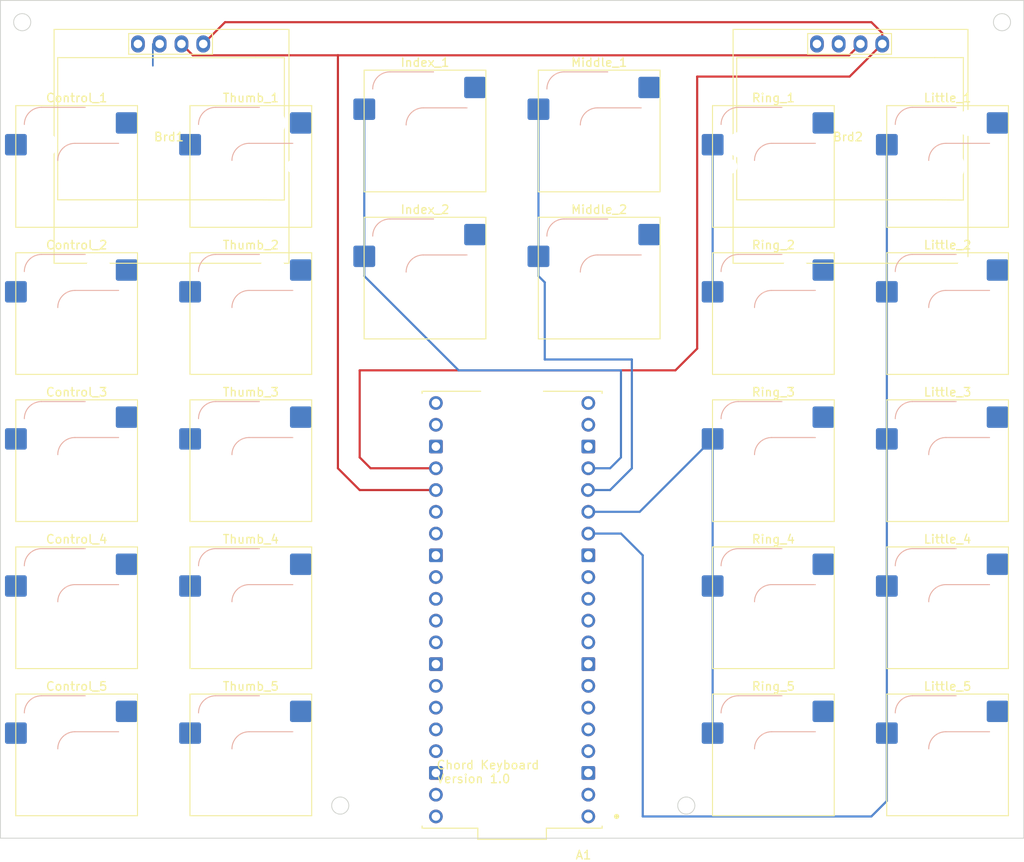
<source format=kicad_pcb>
(kicad_pcb (version 20221018) (generator pcbnew)
  (layers (0 "F.Cu" signal) (31 "B.Cu" signal) (34 "B.Paste" user) (35 "F.Paste" user) (36 "B.SilkS" user "B.Silkscreen") (37 "F.SilkS" user "F.Silkscreen") (38 "B.Mask" user) (39 "F.Mask" user) (44 "Edge.Cuts" user))
  (net 0 "")
  (net 18 "Little")
  (net 22 "Ring")
  (net 23 "Middle")
  (net 24 "Index")
  (net 25 "Thumb")
  (net 26 "Control")
  (net 27 "SDA")
  (net 30 "SCL")
  (net 31 "3V3")
  (net 34 "GND")
  (net 35 "3v3")
  (footprint "FlippedKeys:SW_Hotswap_Kailh_MX" (layer "F.Cu") (at 113.03 89.281)
    (fp_text reference "Control_3" (at 0 -8) (layer "F.SilkS"))
    (fp_text value "SW_Push")
    (pad "" np_thru_hole circle (at -5.08 0) (size 1.75 1.75) (drill 1.75) (layers "*.Cu" "*.Mask"))
    (pad "" np_thru_hole circle (at -3.81 -2.54) (size 3.05 3.05) (drill 3.05) (layers "*.Cu" "*.Mask"))
    (pad "" np_thru_hole circle (at 0 0) (size 4 4) (drill 4) (layers "*.Cu" "*.Mask"))
    (pad "" np_thru_hole circle (at 2.54 -5.08) (size 3.05 3.05) (drill 3.05) (layers "*.Cu" "*.Mask"))
    (pad "" np_thru_hole circle (at 5.08 0) (size 1.75 1.75) (drill 1.75) (layers "*.Cu" "*.Mask"))
    (pad "1" smd roundrect (at -7.085 -2.54) (size 2.55 2.5) (layers "B.Cu" "B.Paste" "B.Mask") (roundrect_rratio 0.1) (net 26 "Control"))
    (pad "2" smd roundrect (at 5.842 -5.08) (size 2.55 2.5) (layers "B.Cu" "B.Paste" "B.Mask") (roundrect_rratio 0.1) (net 34 "GND"))
  )
  (footprint "FlippedKeys:SW_Hotswap_Kailh_MX" (layer "F.Cu") (at 113.03 54.9402)
    (fp_text reference "Control_1" (at 0 -8) (layer "F.SilkS"))
    (fp_text value "SW_Push")
    (pad "" np_thru_hole circle (at -5.08 0) (size 1.75 1.75) (drill 1.75) (layers "*.Cu" "*.Mask"))
    (pad "" np_thru_hole circle (at -3.81 -2.54) (size 3.05 3.05) (drill 3.05) (layers "*.Cu" "*.Mask"))
    (pad "" np_thru_hole circle (at 0 0) (size 4 4) (drill 4) (layers "*.Cu" "*.Mask"))
    (pad "" np_thru_hole circle (at 2.54 -5.08) (size 3.05 3.05) (drill 3.05) (layers "*.Cu" "*.Mask"))
    (pad "" np_thru_hole circle (at 5.08 0) (size 1.75 1.75) (drill 1.75) (layers "*.Cu" "*.Mask"))
    (pad "1" smd roundrect (at -7.085 -2.54) (size 2.55 2.5) (layers "B.Cu" "B.Paste" "B.Mask") (roundrect_rratio 0.1) (net 26 "Control"))
    (pad "2" smd roundrect (at 5.842 -5.08) (size 2.55 2.5) (layers "B.Cu" "B.Paste" "B.Mask") (roundrect_rratio 0.1) (net 34 "GND"))
  )
  (footprint "FlippedKeys:SW_Hotswap_Kailh_MX" (layer "F.Cu") (at 194.31 106.4514)
    (fp_text reference "Ring_4" (at 0 -8) (layer "F.SilkS"))
    (fp_text value "SW_Push")
    (pad "" np_thru_hole circle (at -5.08 0) (size 1.75 1.75) (drill 1.75) (layers "*.Cu" "*.Mask"))
    (pad "" np_thru_hole circle (at -3.81 -2.54) (size 3.05 3.05) (drill 3.05) (layers "*.Cu" "*.Mask"))
    (pad "" np_thru_hole circle (at 0 0) (size 4 4) (drill 4) (layers "*.Cu" "*.Mask"))
    (pad "" np_thru_hole circle (at 2.54 -5.08) (size 3.05 3.05) (drill 3.05) (layers "*.Cu" "*.Mask"))
    (pad "" np_thru_hole circle (at 5.08 0) (size 1.75 1.75) (drill 1.75) (layers "*.Cu" "*.Mask"))
    (pad "1" smd roundrect (at -7.085 -2.54) (size 2.55 2.5) (layers "B.Cu" "B.Paste" "B.Mask") (roundrect_rratio 0.1) (net 22 "Ring"))
    (pad "2" smd roundrect (at 5.842 -5.08) (size 2.55 2.5) (layers "B.Cu" "B.Paste" "B.Mask") (roundrect_rratio 0.1) (net 34 "GND"))
  )
  (footprint "FlippedKeys:SW_Hotswap_Kailh_MX" (layer "F.Cu") (at 214.63 106.4514)
    (fp_text reference "Little_4" (at 0 -8) (layer "F.SilkS"))
    (fp_text value "SW_Push")
    (pad "" np_thru_hole circle (at -5.08 0) (size 1.75 1.75) (drill 1.75) (layers "*.Cu" "*.Mask"))
    (pad "" np_thru_hole circle (at -3.81 -2.54) (size 3.05 3.05) (drill 3.05) (layers "*.Cu" "*.Mask"))
    (pad "" np_thru_hole circle (at 0 0) (size 4 4) (drill 4) (layers "*.Cu" "*.Mask"))
    (pad "" np_thru_hole circle (at 2.54 -5.08) (size 3.05 3.05) (drill 3.05) (layers "*.Cu" "*.Mask"))
    (pad "" np_thru_hole circle (at 5.08 0) (size 1.75 1.75) (drill 1.75) (layers "*.Cu" "*.Mask"))
    (pad "1" smd roundrect (at -7.085 -2.54) (size 2.55 2.5) (layers "B.Cu" "B.Paste" "B.Mask") (roundrect_rratio 0.1) (net 18 "Little"))
    (pad "2" smd roundrect (at 5.842 -5.08) (size 2.55 2.5) (layers "B.Cu" "B.Paste" "B.Mask") (roundrect_rratio 0.1) (net 34 "GND"))
  )
  (footprint "FlippedKeys:SW_Hotswap_Kailh_MX" (layer "F.Cu") (at 133.35 54.9402)
    (fp_text reference "Thumb_1" (at 0 -8) (layer "F.SilkS"))
    (fp_text value "SW_Push")
    (pad "" np_thru_hole circle (at -5.08 0) (size 1.75 1.75) (drill 1.75) (layers "*.Cu" "*.Mask"))
    (pad "" np_thru_hole circle (at -3.81 -2.54) (size 3.05 3.05) (drill 3.05) (layers "*.Cu" "*.Mask"))
    (pad "" np_thru_hole circle (at 0 0) (size 4 4) (drill 4) (layers "*.Cu" "*.Mask"))
    (pad "" np_thru_hole circle (at 2.54 -5.08) (size 3.05 3.05) (drill 3.05) (layers "*.Cu" "*.Mask"))
    (pad "" np_thru_hole circle (at 5.08 0) (size 1.75 1.75) (drill 1.75) (layers "*.Cu" "*.Mask"))
    (pad "1" smd roundrect (at -7.085 -2.54) (size 2.55 2.5) (layers "B.Cu" "B.Paste" "B.Mask") (roundrect_rratio 0.1) (net 25 "Thumb"))
    (pad "2" smd roundrect (at 5.842 -5.08) (size 2.55 2.5) (layers "B.Cu" "B.Paste" "B.Mask") (roundrect_rratio 0.1) (net 34 "GND"))
  )
  (footprint "FlippedKeys:SW_Hotswap_Kailh_MX" (layer "F.Cu") (at 173.99 50.8)
    (fp_text reference "Middle_1" (at 0 -8) (layer "F.SilkS"))
    (fp_text value "SW_Push")
    (pad "" np_thru_hole circle (at -5.08 0) (size 1.75 1.75) (drill 1.75) (layers "*.Cu" "*.Mask"))
    (pad "" np_thru_hole circle (at -3.81 -2.54) (size 3.05 3.05) (drill 3.05) (layers "*.Cu" "*.Mask"))
    (pad "" np_thru_hole circle (at 0 0) (size 4 4) (drill 4) (layers "*.Cu" "*.Mask"))
    (pad "" np_thru_hole circle (at 2.54 -5.08) (size 3.05 3.05) (drill 3.05) (layers "*.Cu" "*.Mask"))
    (pad "" np_thru_hole circle (at 5.08 0) (size 1.75 1.75) (drill 1.75) (layers "*.Cu" "*.Mask"))
    (pad "1" smd roundrect (at -7.085 -2.54) (size 2.55 2.5) (layers "B.Cu" "B.Paste" "B.Mask") (roundrect_rratio 0.1) (net 23 "Middle"))
    (pad "2" smd roundrect (at 5.842 -5.08) (size 2.55 2.5) (layers "B.Cu" "B.Paste" "B.Mask") (roundrect_rratio 0.1) (net 34 "GND"))
  )
  (footprint "FlippedKeys:SW_Hotswap_Kailh_MX" (layer "F.Cu") (at 173.99 67.9704)
    (fp_text reference "Middle_2" (at 0 -8) (layer "F.SilkS"))
    (fp_text value "SW_Push")
    (pad "" np_thru_hole circle (at -5.08 0) (size 1.75 1.75) (drill 1.75) (layers "*.Cu" "*.Mask"))
    (pad "" np_thru_hole circle (at -3.81 -2.54) (size 3.05 3.05) (drill 3.05) (layers "*.Cu" "*.Mask"))
    (pad "" np_thru_hole circle (at 0 0) (size 4 4) (drill 4) (layers "*.Cu" "*.Mask"))
    (pad "" np_thru_hole circle (at 2.54 -5.08) (size 3.05 3.05) (drill 3.05) (layers "*.Cu" "*.Mask"))
    (pad "" np_thru_hole circle (at 5.08 0) (size 1.75 1.75) (drill 1.75) (layers "*.Cu" "*.Mask"))
    (pad "1" smd roundrect (at -7.085 -2.54) (size 2.55 2.5) (layers "B.Cu" "B.Paste" "B.Mask") (roundrect_rratio 0.1) (net 23 "Middle"))
    (pad "2" smd roundrect (at 5.842 -5.08) (size 2.55 2.5) (layers "B.Cu" "B.Paste" "B.Mask") (roundrect_rratio 0.1) (net 34 "GND"))
  )
  (footprint "FlippedKeys:SW_Hotswap_Kailh_MX" (layer "F.Cu") (at 194.31 72.1106)
    (fp_text reference "Ring_2" (at 0 -8) (layer "F.SilkS"))
    (fp_text value "SW_Push")
    (pad "" np_thru_hole circle (at -5.08 0) (size 1.75 1.75) (drill 1.75) (layers "*.Cu" "*.Mask"))
    (pad "" np_thru_hole circle (at -3.81 -2.54) (size 3.05 3.05) (drill 3.05) (layers "*.Cu" "*.Mask"))
    (pad "" np_thru_hole circle (at 0 0) (size 4 4) (drill 4) (layers "*.Cu" "*.Mask"))
    (pad "" np_thru_hole circle (at 2.54 -5.08) (size 3.05 3.05) (drill 3.05) (layers "*.Cu" "*.Mask"))
    (pad "" np_thru_hole circle (at 5.08 0) (size 1.75 1.75) (drill 1.75) (layers "*.Cu" "*.Mask"))
    (pad "1" smd roundrect (at -7.085 -2.54) (size 2.55 2.5) (layers "B.Cu" "B.Paste" "B.Mask") (roundrect_rratio 0.1) (net 22 "Ring"))
    (pad "2" smd roundrect (at 5.842 -5.08) (size 2.55 2.5) (layers "B.Cu" "B.Paste" "B.Mask") (roundrect_rratio 0.1) (net 34 "GND"))
  )
  (footprint "FlippedKeys:SW_Hotswap_Kailh_MX" (layer "F.Cu") (at 214.63 54.9402)
    (fp_text reference "Little_1" (at 0 -8) (layer "F.SilkS"))
    (fp_text value "SW_Push")
    (pad "" np_thru_hole circle (at -5.08 0) (size 1.75 1.75) (drill 1.75) (layers "*.Cu" "*.Mask"))
    (pad "" np_thru_hole circle (at -3.81 -2.54) (size 3.05 3.05) (drill 3.05) (layers "*.Cu" "*.Mask"))
    (pad "" np_thru_hole circle (at 0 0) (size 4 4) (drill 4) (layers "*.Cu" "*.Mask"))
    (pad "" np_thru_hole circle (at 2.54 -5.08) (size 3.05 3.05) (drill 3.05) (layers "*.Cu" "*.Mask"))
    (pad "" np_thru_hole circle (at 5.08 0) (size 1.75 1.75) (drill 1.75) (layers "*.Cu" "*.Mask"))
    (pad "1" smd roundrect (at -7.085 -2.54) (size 2.55 2.5) (layers "B.Cu" "B.Paste" "B.Mask") (roundrect_rratio 0.1) (net 18 "Little"))
    (pad "2" smd roundrect (at 5.842 -5.08) (size 2.55 2.5) (layers "B.Cu" "B.Paste" "B.Mask") (roundrect_rratio 0.1) (net 34 "GND"))
  )
  (footprint "RobsStuff:128x64OLED" (layer "F.Cu") (at 123.8 51.24)
    (fp_text reference "Brd1" (at 0 0.254) (layer "F.SilkS"))
    (fp_text value "SSD1306")
    (pad "1" thru_hole oval (at -3.62 -10.6 90) (size 2 1.6) (drill 1) (layers "*.Cu" "*.Mask") (net 34 "GND"))
    (pad "2" thru_hole oval (at -1.08 -10.6 90) (size 2 1.6) (drill 1) (layers "*.Cu" "*.Mask") (net 35 "3v3"))
    (pad "3" thru_hole oval (at 1.46 -10.6 90) (size 2 1.6) (drill 1) (layers "*.Cu" "*.Mask") (net 30 "SCL"))
    (pad "4" thru_hole oval (at 4 -10.6 90) (size 2 1.6) (drill 1) (layers "*.Cu" "*.Mask") (net 27 "SDA"))
  )
  (footprint "FlippedKeys:SW_Hotswap_Kailh_MX" (layer "F.Cu") (at 113.03 72.1106)
    (fp_text reference "Control_2" (at 0 -8) (layer "F.SilkS"))
    (fp_text value "SW_Push")
    (pad "" np_thru_hole circle (at -5.08 0) (size 1.75 1.75) (drill 1.75) (layers "*.Cu" "*.Mask"))
    (pad "" np_thru_hole circle (at -3.81 -2.54) (size 3.05 3.05) (drill 3.05) (layers "*.Cu" "*.Mask"))
    (pad "" np_thru_hole circle (at 0 0) (size 4 4) (drill 4) (layers "*.Cu" "*.Mask"))
    (pad "" np_thru_hole circle (at 2.54 -5.08) (size 3.05 3.05) (drill 3.05) (layers "*.Cu" "*.Mask"))
    (pad "" np_thru_hole circle (at 5.08 0) (size 1.75 1.75) (drill 1.75) (layers "*.Cu" "*.Mask"))
    (pad "1" smd roundrect (at -7.085 -2.54) (size 2.55 2.5) (layers "B.Cu" "B.Paste" "B.Mask") (roundrect_rratio 0.1) (net 26 "Control"))
    (pad "2" smd roundrect (at 5.842 -5.08) (size 2.55 2.5) (layers "B.Cu" "B.Paste" "B.Mask") (roundrect_rratio 0.1) (net 34 "GND"))
  )
  (footprint "FlippedKeys:SW_Hotswap_Kailh_MX" (layer "F.Cu") (at 153.67 50.8)
    (fp_text reference "Index_1" (at 0 -8) (layer "F.SilkS"))
    (fp_text value "SW_Push")
    (pad "" np_thru_hole circle (at -5.08 0) (size 1.75 1.75) (drill 1.75) (layers "*.Cu" "*.Mask"))
    (pad "" np_thru_hole circle (at -3.81 -2.54) (size 3.05 3.05) (drill 3.05) (layers "*.Cu" "*.Mask"))
    (pad "" np_thru_hole circle (at 0 0) (size 4 4) (drill 4) (layers "*.Cu" "*.Mask"))
    (pad "" np_thru_hole circle (at 2.54 -5.08) (size 3.05 3.05) (drill 3.05) (layers "*.Cu" "*.Mask"))
    (pad "" np_thru_hole circle (at 5.08 0) (size 1.75 1.75) (drill 1.75) (layers "*.Cu" "*.Mask"))
    (pad "1" smd roundrect (at -7.085 -2.54) (size 2.55 2.5) (layers "B.Cu" "B.Paste" "B.Mask") (roundrect_rratio 0.1) (net 24 "Index"))
    (pad "2" smd roundrect (at 5.842 -5.08) (size 2.55 2.5) (layers "B.Cu" "B.Paste" "B.Mask") (roundrect_rratio 0.1) (net 34 "GND"))
  )
  (footprint "FlippedKeys:SW_Hotswap_Kailh_MX" (layer "F.Cu") (at 133.35 89.281)
    (fp_text reference "Thumb_3" (at 0 -8) (layer "F.SilkS"))
    (fp_text value "SW_Push")
    (pad "" np_thru_hole circle (at -5.08 0) (size 1.75 1.75) (drill 1.75) (layers "*.Cu" "*.Mask"))
    (pad "" np_thru_hole circle (at -3.81 -2.54) (size 3.05 3.05) (drill 3.05) (layers "*.Cu" "*.Mask"))
    (pad "" np_thru_hole circle (at 0 0) (size 4 4) (drill 4) (layers "*.Cu" "*.Mask"))
    (pad "" np_thru_hole circle (at 2.54 -5.08) (size 3.05 3.05) (drill 3.05) (layers "*.Cu" "*.Mask"))
    (pad "" np_thru_hole circle (at 5.08 0) (size 1.75 1.75) (drill 1.75) (layers "*.Cu" "*.Mask"))
    (pad "1" smd roundrect (at -7.085 -2.54) (size 2.55 2.5) (layers "B.Cu" "B.Paste" "B.Mask") (roundrect_rratio 0.1) (net 25 "Thumb"))
    (pad "2" smd roundrect (at 5.842 -5.08) (size 2.55 2.5) (layers "B.Cu" "B.Paste" "B.Mask") (roundrect_rratio 0.1) (net 34 "GND"))
  )
  (footprint "FlippedKeys:SW_Hotswap_Kailh_MX" (layer "F.Cu") (at 133.35 106.4514)
    (fp_text reference "Thumb_4" (at 0 -8) (layer "F.SilkS"))
    (fp_text value "SW_Push")
    (pad "" np_thru_hole circle (at -5.08 0) (size 1.75 1.75) (drill 1.75) (layers "*.Cu" "*.Mask"))
    (pad "" np_thru_hole circle (at -3.81 -2.54) (size 3.05 3.05) (drill 3.05) (layers "*.Cu" "*.Mask"))
    (pad "" np_thru_hole circle (at 0 0) (size 4 4) (drill 4) (layers "*.Cu" "*.Mask"))
    (pad "" np_thru_hole circle (at 2.54 -5.08) (size 3.05 3.05) (drill 3.05) (layers "*.Cu" "*.Mask"))
    (pad "" np_thru_hole circle (at 5.08 0) (size 1.75 1.75) (drill 1.75) (layers "*.Cu" "*.Mask"))
    (pad "1" smd roundrect (at -7.085 -2.54) (size 2.55 2.5) (layers "B.Cu" "B.Paste" "B.Mask") (roundrect_rratio 0.1) (net 25 "Thumb"))
    (pad "2" smd roundrect (at 5.842 -5.08) (size 2.55 2.5) (layers "B.Cu" "B.Paste" "B.Mask") (roundrect_rratio 0.1) (net 34 "GND"))
  )
  (footprint "FlippedKeys:SW_Hotswap_Kailh_MX" (layer "F.Cu") (at 133.35 72.1106)
    (fp_text reference "Thumb_2" (at 0 -8) (layer "F.SilkS"))
    (fp_text value "SW_Push")
    (pad "" np_thru_hole circle (at -5.08 0) (size 1.75 1.75) (drill 1.75) (layers "*.Cu" "*.Mask"))
    (pad "" np_thru_hole circle (at -3.81 -2.54) (size 3.05 3.05) (drill 3.05) (layers "*.Cu" "*.Mask"))
    (pad "" np_thru_hole circle (at 0 0) (size 4 4) (drill 4) (layers "*.Cu" "*.Mask"))
    (pad "" np_thru_hole circle (at 2.54 -5.08) (size 3.05 3.05) (drill 3.05) (layers "*.Cu" "*.Mask"))
    (pad "" np_thru_hole circle (at 5.08 0) (size 1.75 1.75) (drill 1.75) (layers "*.Cu" "*.Mask"))
    (pad "1" smd roundrect (at -7.085 -2.54) (size 2.55 2.5) (layers "B.Cu" "B.Paste" "B.Mask") (roundrect_rratio 0.1) (net 25 "Thumb"))
    (pad "2" smd roundrect (at 5.842 -5.08) (size 2.55 2.5) (layers "B.Cu" "B.Paste" "B.Mask") (roundrect_rratio 0.1) (net 34 "GND"))
  )
  (footprint "FlippedKeys:SW_Hotswap_Kailh_MX" (layer "F.Cu") (at 133.35 123.6218)
    (fp_text reference "Thumb_5" (at 0 -8) (layer "F.SilkS"))
    (fp_text value "SW_Push")
    (pad "" np_thru_hole circle (at -5.08 0) (size 1.75 1.75) (drill 1.75) (layers "*.Cu" "*.Mask"))
    (pad "" np_thru_hole circle (at -3.81 -2.54) (size 3.05 3.05) (drill 3.05) (layers "*.Cu" "*.Mask"))
    (pad "" np_thru_hole circle (at 0 0) (size 4 4) (drill 4) (layers "*.Cu" "*.Mask"))
    (pad "" np_thru_hole circle (at 2.54 -5.08) (size 3.05 3.05) (drill 3.05) (layers "*.Cu" "*.Mask"))
    (pad "" np_thru_hole circle (at 5.08 0) (size 1.75 1.75) (drill 1.75) (layers "*.Cu" "*.Mask"))
    (pad "1" smd roundrect (at -7.085 -2.54) (size 2.55 2.5) (layers "B.Cu" "B.Paste" "B.Mask") (roundrect_rratio 0.1) (net 25 "Thumb"))
    (pad "2" smd roundrect (at 5.842 -5.08) (size 2.55 2.5) (layers "B.Cu" "B.Paste" "B.Mask") (roundrect_rratio 0.1) (net 34 "GND"))
  )
  (footprint "FlippedKeys:SW_Hotswap_Kailh_MX" (layer "F.Cu") (at 113.03 106.4514)
    (fp_text reference "Control_4" (at 0 -8) (layer "F.SilkS"))
    (fp_text value "SW_Push")
    (pad "" np_thru_hole circle (at -5.08 0) (size 1.75 1.75) (drill 1.75) (layers "*.Cu" "*.Mask"))
    (pad "" np_thru_hole circle (at -3.81 -2.54) (size 3.05 3.05) (drill 3.05) (layers "*.Cu" "*.Mask"))
    (pad "" np_thru_hole circle (at 0 0) (size 4 4) (drill 4) (layers "*.Cu" "*.Mask"))
    (pad "" np_thru_hole circle (at 2.54 -5.08) (size 3.05 3.05) (drill 3.05) (layers "*.Cu" "*.Mask"))
    (pad "" np_thru_hole circle (at 5.08 0) (size 1.75 1.75) (drill 1.75) (layers "*.Cu" "*.Mask"))
    (pad "1" smd roundrect (at -7.085 -2.54) (size 2.55 2.5) (layers "B.Cu" "B.Paste" "B.Mask") (roundrect_rratio 0.1) (net 26 "Control"))
    (pad "2" smd roundrect (at 5.842 -5.08) (size 2.55 2.5) (layers "B.Cu" "B.Paste" "B.Mask") (roundrect_rratio 0.1) (net 34 "GND"))
  )
  (footprint "FlippedKeys:SW_Hotswap_Kailh_MX" (layer "F.Cu") (at 214.63 89.281)
    (fp_text reference "Little_3" (at 0 -8) (layer "F.SilkS"))
    (fp_text value "SW_Push")
    (pad "" np_thru_hole circle (at -5.08 0) (size 1.75 1.75) (drill 1.75) (layers "*.Cu" "*.Mask"))
    (pad "" np_thru_hole circle (at -3.81 -2.54) (size 3.05 3.05) (drill 3.05) (layers "*.Cu" "*.Mask"))
    (pad "" np_thru_hole circle (at 0 0) (size 4 4) (drill 4) (layers "*.Cu" "*.Mask"))
    (pad "" np_thru_hole circle (at 2.54 -5.08) (size 3.05 3.05) (drill 3.05) (layers "*.Cu" "*.Mask"))
    (pad "" np_thru_hole circle (at 5.08 0) (size 1.75 1.75) (drill 1.75) (layers "*.Cu" "*.Mask"))
    (pad "1" smd roundrect (at -7.085 -2.54) (size 2.55 2.5) (layers "B.Cu" "B.Paste" "B.Mask") (roundrect_rratio 0.1) (net 18 "Little"))
    (pad "2" smd roundrect (at 5.842 -5.08) (size 2.55 2.5) (layers "B.Cu" "B.Paste" "B.Mask") (roundrect_rratio 0.1) (net 34 "GND"))
  )
  (footprint "Module:Pico_W" (layer "F.Cu") (at 163.83 106.68 180)
    (fp_text reference "A1" (at -8.325 -28.635) (layer "F.SilkS"))
    (fp_text value "SC0918")
    (pad "1" thru_hole circle (at -8.89 -24.13 180) (size 1.6 1.6) (drill 1) (layers "*.Cu" "*.Mask"))
    (pad "2" thru_hole circle (at -8.89 -21.59 180) (size 1.6 1.6) (drill 1) (layers "*.Cu" "*.Mask"))
    (pad "3" thru_hole roundrect (at -8.89 -19.05 180) (size 1.6 1.6) (drill 1) (layers "*.Cu" "*.Mask") (roundrect_rratio 0.125) (net 34 "GND"))
    (pad "4" thru_hole circle (at -8.89 -16.51 180) (size 1.6 1.6) (drill 1) (layers "*.Cu" "*.Mask"))
    (pad "5" thru_hole circle (at -8.89 -13.97 180) (size 1.6 1.6) (drill 1) (layers "*.Cu" "*.Mask"))
    (pad "6" thru_hole circle (at -8.89 -11.43 180) (size 1.6 1.6) (drill 1) (layers "*.Cu" "*.Mask"))
    (pad "7" thru_hole circle (at -8.89 -8.89 180) (size 1.6 1.6) (drill 1) (layers "*.Cu" "*.Mask"))
    (pad "8" thru_hole roundrect (at -8.89 -6.35 180) (size 1.6 1.6) (drill 1) (layers "*.Cu" "*.Mask") (roundrect_rratio 0.125) (net 34 "GND"))
    (pad "9" thru_hole circle (at -8.89 -3.81 180) (size 1.6 1.6) (drill 1) (layers "*.Cu" "*.Mask"))
    (pad "10" thru_hole circle (at -8.89 -1.27 180) (size 1.6 1.6) (drill 1) (layers "*.Cu" "*.Mask"))
    (pad "11" thru_hole circle (at -8.89 1.27 180) (size 1.6 1.6) (drill 1) (layers "*.Cu" "*.Mask"))
    (pad "12" thru_hole circle (at -8.89 3.81 180) (size 1.6 1.6) (drill 1) (layers "*.Cu" "*.Mask"))
    (pad "13" thru_hole roundrect (at -8.89 6.35 180) (size 1.6 1.6) (drill 1) (layers "*.Cu" "*.Mask") (roundrect_rratio 0.125) (net 34 "GND"))
    (pad "14" thru_hole circle (at -8.89 8.89 180) (size 1.6 1.6) (drill 1) (layers "*.Cu" "*.Mask") (net 18 "Little"))
    (pad "15" thru_hole circle (at -8.89 11.43 180) (size 1.6 1.6) (drill 1) (layers "*.Cu" "*.Mask") (net 22 "Ring"))
    (pad "16" thru_hole circle (at -8.848119 13.97 180) (size 1.6 1.6) (drill 1) (layers "*.Cu" "*.Mask") (net 23 "Middle"))
    (pad "17" thru_hole circle (at -8.89 16.51 180) (size 1.6 1.6) (drill 1) (layers "*.Cu" "*.Mask") (net 24 "Index"))
    (pad "18" thru_hole roundrect (at -8.89 19.05 180) (size 1.6 1.6) (drill 1) (layers "*.Cu" "*.Mask") (roundrect_rratio 0.125) (net 34 "GND"))
    (pad "19" thru_hole circle (at -8.89 21.59 180) (size 1.6 1.6) (drill 1) (layers "*.Cu" "*.Mask") (net 25 "Thumb"))
    (pad "20" thru_hole circle (at -8.89 24.13 180) (size 1.6 1.6) (drill 1) (layers "*.Cu" "*.Mask") (net 26 "Control"))
    (pad "21" thru_hole circle (at 8.89 24.13 180) (size 1.6 1.6) (drill 1) (layers "*.Cu" "*.Mask"))
    (pad "22" thru_hole circle (at 8.89 21.59 180) (size 1.6 1.6) (drill 1) (layers "*.Cu" "*.Mask"))
    (pad "23" thru_hole roundrect (at 8.89 19.05 180) (size 1.6 1.6) (drill 1) (layers "*.Cu" "*.Mask") (roundrect_rratio 0.125) (net 34 "GND"))
    (pad "24" thru_hole circle (at 8.89 16.51 180) (size 1.6 1.6) (drill 1) (layers "*.Cu" "*.Mask") (net 27 "SDA"))
    (pad "25" thru_hole circle (at 8.89 13.97 180) (size 1.6 1.6) (drill 1) (layers "*.Cu" "*.Mask") (net 30 "SCL"))
    (pad "26" thru_hole circle (at 8.89 11.43 180) (size 1.6 1.6) (drill 1) (layers "*.Cu" "*.Mask"))
    (pad "27" thru_hole circle (at 8.89 8.89 180) (size 1.6 1.6) (drill 1) (layers "*.Cu" "*.Mask"))
    (pad "28" thru_hole roundrect (at 8.89 6.35 180) (size 1.6 1.6) (drill 1) (layers "*.Cu" "*.Mask") (roundrect_rratio 0.125) (net 34 "GND"))
    (pad "29" thru_hole circle (at 8.89 3.81 180) (size 1.6 1.6) (drill 1) (layers "*.Cu" "*.Mask"))
    (pad "30" thru_hole circle (at 8.89 1.27 180) (size 1.6 1.6) (drill 1) (layers "*.Cu" "*.Mask"))
    (pad "31" thru_hole circle (at 8.89 -1.27 180) (size 1.6 1.6) (drill 1) (layers "*.Cu" "*.Mask"))
    (pad "32" thru_hole circle (at 8.89 -3.81 180) (size 1.6 1.6) (drill 1) (layers "*.Cu" "*.Mask"))
    (pad "33" thru_hole roundrect (at 8.89 -6.35 180) (size 1.6 1.6) (drill 1) (layers "*.Cu" "*.Mask") (roundrect_rratio 0.125))
    (pad "34" thru_hole circle (at 8.89 -8.89 180) (size 1.6 1.6) (drill 1) (layers "*.Cu" "*.Mask"))
    (pad "35" thru_hole circle (at 8.89 -11.43 180) (size 1.6 1.6) (drill 1) (layers "*.Cu" "*.Mask"))
    (pad "36" thru_hole circle (at 8.89 -13.97 180) (size 1.6 1.6) (drill 1) (layers "*.Cu" "*.Mask") (net 31 "3V3"))
    (pad "37" thru_hole circle (at 8.89 -16.51 180) (size 1.6 1.6) (drill 1) (layers "*.Cu" "*.Mask"))
    (pad "38" thru_hole roundrect (at 8.89 -19.05 180) (size 1.6 1.6) (drill 1) (layers "*.Cu" "*.Mask") (roundrect_rratio 0.125) (net 34 "GND"))
    (pad "39" thru_hole circle (at 8.89 -21.59 180) (size 1.6 1.6) (drill 1) (layers "*.Cu" "*.Mask"))
    (pad "40" thru_hole circle (at 8.89 -24.13 180) (size 1.6 1.6) (drill 1) (layers "*.Cu" "*.Mask"))
  )
  (footprint "RobsStuff:128x64OLED" (layer "F.Cu") (at 203.01 51.24)
    (fp_text reference "Brd2" (at 0 0.254) (layer "F.SilkS"))
    (fp_text value "SSD1306")
    (pad "1" thru_hole oval (at -3.62 -10.6 90) (size 2 1.6) (drill 1) (layers "*.Cu" "*.Mask") (net 34 "GND"))
    (pad "2" thru_hole oval (at -1.08 -10.6 90) (size 2 1.6) (drill 1) (layers "*.Cu" "*.Mask") (net 35 "3v3"))
    (pad "3" thru_hole oval (at 1.46 -10.6 90) (size 2 1.6) (drill 1) (layers "*.Cu" "*.Mask") (net 30 "SCL"))
    (pad "4" thru_hole oval (at 4 -10.6 90) (size 2 1.6) (drill 1) (layers "*.Cu" "*.Mask") (net 27 "SDA"))
  )
  (footprint "FlippedKeys:SW_Hotswap_Kailh_MX" (layer "F.Cu") (at 113.03 123.6218)
    (fp_text reference "Control_5" (at 0 -8) (layer "F.SilkS"))
    (fp_text value "SW_Push")
    (pad "" np_thru_hole circle (at -5.08 0) (size 1.75 1.75) (drill 1.75) (layers "*.Cu" "*.Mask"))
    (pad "" np_thru_hole circle (at -3.81 -2.54) (size 3.05 3.05) (drill 3.05) (layers "*.Cu" "*.Mask"))
    (pad "" np_thru_hole circle (at 0 0) (size 4 4) (drill 4) (layers "*.Cu" "*.Mask"))
    (pad "" np_thru_hole circle (at 2.54 -5.08) (size 3.05 3.05) (drill 3.05) (layers "*.Cu" "*.Mask"))
    (pad "" np_thru_hole circle (at 5.08 0) (size 1.75 1.75) (drill 1.75) (layers "*.Cu" "*.Mask"))
    (pad "1" smd roundrect (at -7.085 -2.54) (size 2.55 2.5) (layers "B.Cu" "B.Paste" "B.Mask") (roundrect_rratio 0.1) (net 26 "Control"))
    (pad "2" smd roundrect (at 5.842 -5.08) (size 2.55 2.5) (layers "B.Cu" "B.Paste" "B.Mask") (roundrect_rratio 0.1) (net 34 "GND"))
  )
  (footprint "FlippedKeys:SW_Hotswap_Kailh_MX" (layer "F.Cu") (at 214.63 72.1106)
    (fp_text reference "Little_2" (at 0 -8) (layer "F.SilkS"))
    (fp_text value "SW_Push")
    (pad "" np_thru_hole circle (at -5.08 0) (size 1.75 1.75) (drill 1.75) (layers "*.Cu" "*.Mask"))
    (pad "" np_thru_hole circle (at -3.81 -2.54) (size 3.05 3.05) (drill 3.05) (layers "*.Cu" "*.Mask"))
    (pad "" np_thru_hole circle (at 0 0) (size 4 4) (drill 4) (layers "*.Cu" "*.Mask"))
    (pad "" np_thru_hole circle (at 2.54 -5.08) (size 3.05 3.05) (drill 3.05) (layers "*.Cu" "*.Mask"))
    (pad "" np_thru_hole circle (at 5.08 0) (size 1.75 1.75) (drill 1.75) (layers "*.Cu" "*.Mask"))
    (pad "1" smd roundrect (at -7.085 -2.54) (size 2.55 2.5) (layers "B.Cu" "B.Paste" "B.Mask") (roundrect_rratio 0.1) (net 18 "Little"))
    (pad "2" smd roundrect (at 5.842 -5.08) (size 2.55 2.5) (layers "B.Cu" "B.Paste" "B.Mask") (roundrect_rratio 0.1) (net 34 "GND"))
  )
  (footprint "FlippedKeys:SW_Hotswap_Kailh_MX" (layer "F.Cu") (at 194.31 54.9402)
    (fp_text reference "Ring_1" (at 0 -8) (layer "F.SilkS"))
    (fp_text value "SW_Push")
    (pad "" np_thru_hole circle (at -5.08 0) (size 1.75 1.75) (drill 1.75) (layers "*.Cu" "*.Mask"))
    (pad "" np_thru_hole circle (at -3.81 -2.54) (size 3.05 3.05) (drill 3.05) (layers "*.Cu" "*.Mask"))
    (pad "" np_thru_hole circle (at 0 0) (size 4 4) (drill 4) (layers "*.Cu" "*.Mask"))
    (pad "" np_thru_hole circle (at 2.54 -5.08) (size 3.05 3.05) (drill 3.05) (layers "*.Cu" "*.Mask"))
    (pad "" np_thru_hole circle (at 5.08 0) (size 1.75 1.75) (drill 1.75) (layers "*.Cu" "*.Mask"))
    (pad "1" smd roundrect (at -7.085 -2.54) (size 2.55 2.5) (layers "B.Cu" "B.Paste" "B.Mask") (roundrect_rratio 0.1) (net 22 "Ring"))
    (pad "2" smd roundrect (at 5.842 -5.08) (size 2.55 2.5) (layers "B.Cu" "B.Paste" "B.Mask") (roundrect_rratio 0.1) (net 34 "GND"))
  )
  (footprint "FlippedKeys:SW_Hotswap_Kailh_MX" (layer "F.Cu") (at 214.63 123.6218)
    (fp_text reference "Little_5" (at 0 -8) (layer "F.SilkS"))
    (fp_text value "SW_Push")
    (pad "" np_thru_hole circle (at -5.08 0) (size 1.75 1.75) (drill 1.75) (layers "*.Cu" "*.Mask"))
    (pad "" np_thru_hole circle (at -3.81 -2.54) (size 3.05 3.05) (drill 3.05) (layers "*.Cu" "*.Mask"))
    (pad "" np_thru_hole circle (at 0 0) (size 4 4) (drill 4) (layers "*.Cu" "*.Mask"))
    (pad "" np_thru_hole circle (at 2.54 -5.08) (size 3.05 3.05) (drill 3.05) (layers "*.Cu" "*.Mask"))
    (pad "" np_thru_hole circle (at 5.08 0) (size 1.75 1.75) (drill 1.75) (layers "*.Cu" "*.Mask"))
    (pad "1" smd roundrect (at -7.085 -2.54) (size 2.55 2.5) (layers "B.Cu" "B.Paste" "B.Mask") (roundrect_rratio 0.1) (net 18 "Little"))
    (pad "2" smd roundrect (at 5.842 -5.08) (size 2.55 2.5) (layers "B.Cu" "B.Paste" "B.Mask") (roundrect_rratio 0.1) (net 34 "GND"))
  )
  (footprint "FlippedKeys:SW_Hotswap_Kailh_MX" (layer "F.Cu") (at 194.31 123.6218)
    (fp_text reference "Ring_5" (at 0 -8) (layer "F.SilkS"))
    (fp_text value "SW_Push")
    (pad "" np_thru_hole circle (at -5.08 0) (size 1.75 1.75) (drill 1.75) (layers "*.Cu" "*.Mask"))
    (pad "" np_thru_hole circle (at -3.81 -2.54) (size 3.05 3.05) (drill 3.05) (layers "*.Cu" "*.Mask"))
    (pad "" np_thru_hole circle (at 0 0) (size 4 4) (drill 4) (layers "*.Cu" "*.Mask"))
    (pad "" np_thru_hole circle (at 2.54 -5.08) (size 3.05 3.05) (drill 3.05) (layers "*.Cu" "*.Mask"))
    (pad "" np_thru_hole circle (at 5.08 0) (size 1.75 1.75) (drill 1.75) (layers "*.Cu" "*.Mask"))
    (pad "1" smd roundrect (at -7.085 -2.54) (size 2.55 2.5) (layers "B.Cu" "B.Paste" "B.Mask") (roundrect_rratio 0.1) (net 22 "Ring"))
    (pad "2" smd roundrect (at 5.842 -5.08) (size 2.55 2.5) (layers "B.Cu" "B.Paste" "B.Mask") (roundrect_rratio 0.1) (net 34 "GND"))
  )
  (footprint "FlippedKeys:SW_Hotswap_Kailh_MX" (layer "F.Cu") (at 153.67 67.9704)
    (fp_text reference "Index_2" (at 0 -8) (layer "F.SilkS"))
    (fp_text value "SW_Push")
    (pad "" np_thru_hole circle (at -5.08 0) (size 1.75 1.75) (drill 1.75) (layers "*.Cu" "*.Mask"))
    (pad "" np_thru_hole circle (at -3.81 -2.54) (size 3.05 3.05) (drill 3.05) (layers "*.Cu" "*.Mask"))
    (pad "" np_thru_hole circle (at 0 0) (size 4 4) (drill 4) (layers "*.Cu" "*.Mask"))
    (pad "" np_thru_hole circle (at 2.54 -5.08) (size 3.05 3.05) (drill 3.05) (layers "*.Cu" "*.Mask"))
    (pad "" np_thru_hole circle (at 5.08 0) (size 1.75 1.75) (drill 1.75) (layers "*.Cu" "*.Mask"))
    (pad "1" smd roundrect (at -7.085 -2.54) (size 2.55 2.5) (layers "B.Cu" "B.Paste" "B.Mask") (roundrect_rratio 0.1) (net 24 "Index"))
    (pad "2" smd roundrect (at 5.842 -5.08) (size 2.55 2.5) (layers "B.Cu" "B.Paste" "B.Mask") (roundrect_rratio 0.1) (net 34 "GND"))
  )
  (footprint "FlippedKeys:SW_Hotswap_Kailh_MX" (layer "F.Cu") (at 194.31 89.281)
    (fp_text reference "Ring_3" (at 0 -8) (layer "F.SilkS"))
    (fp_text value "SW_Push")
    (pad "" np_thru_hole circle (at -5.08 0) (size 1.75 1.75) (drill 1.75) (layers "*.Cu" "*.Mask"))
    (pad "" np_thru_hole circle (at -3.81 -2.54) (size 3.05 3.05) (drill 3.05) (layers "*.Cu" "*.Mask"))
    (pad "" np_thru_hole circle (at 0 0) (size 4 4) (drill 4) (layers "*.Cu" "*.Mask"))
    (pad "" np_thru_hole circle (at 2.54 -5.08) (size 3.05 3.05) (drill 3.05) (layers "*.Cu" "*.Mask"))
    (pad "" np_thru_hole circle (at 5.08 0) (size 1.75 1.75) (drill 1.75) (layers "*.Cu" "*.Mask"))
    (pad "1" smd roundrect (at -7.085 -2.54) (size 2.55 2.5) (layers "B.Cu" "B.Paste" "B.Mask") (roundrect_rratio 0.1) (net 22 "Ring"))
    (pad "2" smd roundrect (at 5.842 -5.08) (size 2.55 2.5) (layers "B.Cu" "B.Paste" "B.Mask") (roundrect_rratio 0.1) (net 34 "GND"))
  )
  (gr_line (start 121.92 40.64) (end 121.92 43.18) (stroke (width 0.2)) (layer "B.Cu"))
  (gr_rect (start 104.14 35.56) (end 223.52 133.35) (stroke (width 0.1)) (fill none) (layer "Edge.Cuts"))
  (gr_circle (center 220.98 38.1) (end 220.98 39.1) (stroke (width 0.1)) (fill none) (layer "Edge.Cuts"))
  (gr_circle (center 184.15 129.54) (end 184.15 130.54) (stroke (width 0.1)) (fill none) (layer "Edge.Cuts"))
  (gr_circle (center 106.68 38.1) (end 106.68 39.1) (stroke (width 0.1)) (fill none) (layer "Edge.Cuts"))
  (gr_circle (center 143.78 129.54) (end 143.78 130.54) (stroke (width 0.1)) (fill none) (layer "Edge.Cuts"))
  (gr_text "Chord Keyboard\nVersion 1.0" (at 154.94 127) (layer "F.SilkS") (effects (font (size 1 1)) (justify left bottom)))
  (segment (start 205.74 130.81) (end 179.07 130.81) (width 0.25) (layer "B.Cu") (net 18))
  (segment (start 207.545 69.5706) (end 207.545 52.4002) (width 0.25) (layer "B.Cu") (net 18))
  (segment (start 207.545 86.741) (end 207.545 69.5706) (width 0.25) (layer "B.Cu") (net 18))
  (segment (start 176.53 97.79) (end 172.72 97.79) (width 0.25) (layer "B.Cu") (net 18))
  (segment (start 179.07 130.81) (end 179.07 100.33) (width 0.25) (layer "B.Cu") (net 18))
  (segment (start 179.07 100.33) (end 176.53 97.79) (width 0.25) (layer "B.Cu") (net 18))
  (segment (start 207.545 121.0818) (end 207.545 129.005) (width 0.25) (layer "B.Cu") (net 18))
  (segment (start 207.545 129.005) (end 205.74 130.81) (width 0.25) (layer "B.Cu") (net 18))
  (segment (start 207.545 121.0818) (end 207.545 103.9114) (width 0.25) (layer "B.Cu") (net 18))
  (segment (start 207.545 103.9114) (end 207.545 86.741) (width 0.25) (layer "B.Cu") (net 18))
  (segment (start 187.225 52.4002) (end 187.225 69.5706) (width 0.25) (layer "B.Cu") (net 22))
  (segment (start 187.225 121.0818) (end 187.225 103.9114) (width 0.25) (layer "B.Cu") (net 22))
  (segment (start 187.225 86.741) (end 178.716 95.25) (width 0.25) (layer "B.Cu") (net 22))
  (segment (start 178.716 95.25) (end 172.72 95.25) (width 0.25) (layer "B.Cu") (net 22))
  (segment (start 187.225 86.741) (end 187.225 103.9114) (width 0.25) (layer "B.Cu") (net 22))
  (segment (start 177.8 90.17) (end 175.26 92.71) (width 0.25) (layer "B.Cu") (net 23))
  (segment (start 167.64 77.47) (end 177.8 77.47) (width 0.25) (layer "B.Cu") (net 23))
  (segment (start 167.64 68.468167) (end 167.64 77.47) (width 0.25) (layer "B.Cu") (net 23))
  (segment (start 177.8 77.47) (end 177.8 90.17) (width 0.25) (layer "B.Cu") (net 23))
  (segment (start 166.905 65.4304) (end 166.905 67.733167) (width 0.25) (layer "B.Cu") (net 23))
  (segment (start 166.905 48.26) (end 166.905 65.4304) (width 0.25) (layer "B.Cu") (net 23))
  (segment (start 175.26 92.71) (end 172.678119 92.71) (width 0.25) (layer "B.Cu") (net 23))
  (segment (start 166.905 67.733167) (end 167.64 68.468167) (width 0.25) (layer "B.Cu") (net 23))
  (segment (start 146.585 67.733167) (end 157.591833 78.74) (width 0.25) (layer "B.Cu") (net 24))
  (segment (start 146.585 48.26) (end 146.585 65.4304) (width 0.25) (layer "B.Cu") (net 24))
  (segment (start 176.53 88.9) (end 175.26 90.17) (width 0.25) (layer "B.Cu") (net 24))
  (segment (start 175.26 90.17) (end 172.72 90.17) (width 0.25) (layer "B.Cu") (net 24))
  (segment (start 176.53 78.74) (end 176.53 88.9) (width 0.25) (layer "B.Cu") (net 24))
  (segment (start 146.585 65.4304) (end 146.585 67.733167) (width 0.25) (layer "B.Cu") (net 24))
  (segment (start 157.591833 78.74) (end 176.53 78.74) (width 0.25) (layer "B.Cu") (net 24))
  (segment (start 185.42 44.45) (end 185.42 76.2) (width 0.25) (layer "F.Cu") (net 27))
  (segment (start 130.34 38.1) (end 205.74 38.1) (width 0.25) (layer "F.Cu") (net 27))
  (segment (start 207.01 39.37) (end 207.01 40.64) (width 0.25) (layer "F.Cu") (net 27))
  (segment (start 147.32 90.17) (end 154.94 90.17) (width 0.25) (layer "F.Cu") (net 27))
  (segment (start 205.74 38.1) (end 207.01 39.37) (width 0.25) (layer "F.Cu") (net 27))
  (segment (start 185.42 76.2) (end 182.88 78.74) (width 0.25) (layer "F.Cu") (net 27))
  (segment (start 203.2 44.45) (end 185.42 44.45) (width 0.25) (layer "F.Cu") (net 27))
  (segment (start 146.05 88.9) (end 147.32 90.17) (width 0.25) (layer "F.Cu") (net 27))
  (segment (start 182.88 78.74) (end 146.05 78.74) (width 0.25) (layer "F.Cu") (net 27))
  (segment (start 127.8 40.64) (end 130.34 38.1) (width 0.25) (layer "F.Cu") (net 27))
  (segment (start 146.05 78.74) (end 146.05 88.9) (width 0.25) (layer "F.Cu") (net 27))
  (segment (start 207.01 40.64) (end 203.2 44.45) (width 0.25) (layer "F.Cu") (net 27))
  (segment (start 126.585 41.965) (end 125.26 40.64) (width 0.25) (layer "F.Cu") (net 30))
  (segment (start 143.51 90.17) (end 146.05 92.71) (width 0.25) (layer "F.Cu") (net 30))
  (segment (start 143.51 41.965) (end 126.585 41.965) (width 0.25) (layer "F.Cu") (net 30))
  (segment (start 204.47 40.64) (end 203.145 41.965) (width 0.25) (layer "F.Cu") (net 30))
  (segment (start 143.51 41.965) (end 143.51 90.17) (width 0.25) (layer "F.Cu") (net 30))
  (segment (start 146.05 92.71) (end 154.94 92.71) (width 0.25) (layer "F.Cu") (net 30))
  (segment (start 203.145 41.965) (end 143.51 41.965) (width 0.25) (layer "F.Cu") (net 30))
)
</source>
